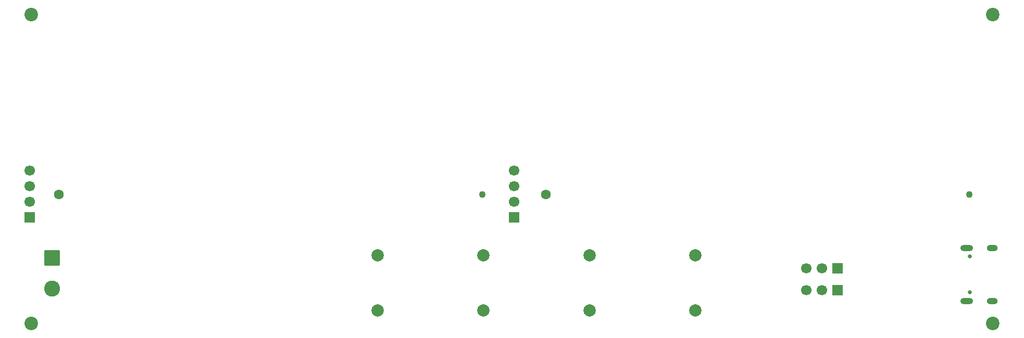
<source format=gbs>
%TF.GenerationSoftware,KiCad,Pcbnew,9.0.0*%
%TF.CreationDate,2025-09-20T16:18:58+02:00*%
%TF.ProjectId,ecap5-bcarrier-xlite,65636170-352d-4626-9361-72726965722d,rev?*%
%TF.SameCoordinates,Original*%
%TF.FileFunction,Soldermask,Bot*%
%TF.FilePolarity,Negative*%
%FSLAX46Y46*%
G04 Gerber Fmt 4.6, Leading zero omitted, Abs format (unit mm)*
G04 Created by KiCad (PCBNEW 9.0.0) date 2025-09-20 16:18:58*
%MOMM*%
%LPD*%
G01*
G04 APERTURE LIST*
G04 Aperture macros list*
%AMRoundRect*
0 Rectangle with rounded corners*
0 $1 Rounding radius*
0 $2 $3 $4 $5 $6 $7 $8 $9 X,Y pos of 4 corners*
0 Add a 4 corners polygon primitive as box body*
4,1,4,$2,$3,$4,$5,$6,$7,$8,$9,$2,$3,0*
0 Add four circle primitives for the rounded corners*
1,1,$1+$1,$2,$3*
1,1,$1+$1,$4,$5*
1,1,$1+$1,$6,$7*
1,1,$1+$1,$8,$9*
0 Add four rect primitives between the rounded corners*
20,1,$1+$1,$2,$3,$4,$5,0*
20,1,$1+$1,$4,$5,$6,$7,0*
20,1,$1+$1,$6,$7,$8,$9,0*
20,1,$1+$1,$8,$9,$2,$3,0*%
G04 Aperture macros list end*
%ADD10R,1.700000X1.700000*%
%ADD11C,1.700000*%
%ADD12C,2.000000*%
%ADD13C,2.200000*%
%ADD14C,0.650000*%
%ADD15O,2.100000X1.000000*%
%ADD16O,1.800000X1.000000*%
%ADD17C,1.600000*%
%ADD18C,1.100000*%
%ADD19RoundRect,0.250000X-1.050000X1.050000X-1.050000X-1.050000X1.050000X-1.050000X1.050000X1.050000X0*%
%ADD20C,2.600000*%
G04 APERTURE END LIST*
D10*
%TO.C,J3*%
X155960000Y-105375000D03*
D11*
X155960000Y-102835000D03*
X155960000Y-100295000D03*
X155960000Y-97755000D03*
%TD*%
D12*
%TO.C,SW3*%
X168235000Y-120540000D03*
X168235000Y-111540000D03*
%TD*%
D13*
%TO.C,H4*%
X77485000Y-122615000D03*
%TD*%
%TO.C,H1*%
X77510000Y-72390000D03*
%TD*%
%TO.C,H2*%
X233835000Y-72365000D03*
%TD*%
D12*
%TO.C,SW4*%
X185410000Y-120565000D03*
X185410000Y-111565000D03*
%TD*%
D14*
%TO.C,J5*%
X230030000Y-117555000D03*
X230030000Y-111775000D03*
D15*
X229530000Y-118985000D03*
D16*
X233710000Y-118985000D03*
D15*
X229530000Y-110345000D03*
D16*
X233710000Y-110345000D03*
%TD*%
D12*
%TO.C,SW2*%
X151010000Y-120540000D03*
X151010000Y-111540000D03*
%TD*%
D10*
%TO.C,J4*%
X77260000Y-105400000D03*
D11*
X77260000Y-102860000D03*
X77260000Y-100320000D03*
X77260000Y-97780000D03*
%TD*%
D17*
%TO.C,J2*%
X161160000Y-101640000D03*
D18*
X229960000Y-101640000D03*
%TD*%
D17*
%TO.C,J1*%
X82010000Y-101640000D03*
D18*
X150810000Y-101640000D03*
%TD*%
D10*
%TO.C,JP2*%
X208535000Y-113705000D03*
D11*
X205995000Y-113705000D03*
X203455000Y-113705000D03*
%TD*%
D19*
%TO.C,J9*%
X80890000Y-111965000D03*
D20*
X80890000Y-116965000D03*
%TD*%
D12*
%TO.C,SW1*%
X133835000Y-120540000D03*
X133835000Y-111540000D03*
%TD*%
D13*
%TO.C,H3*%
X233835000Y-122615000D03*
%TD*%
D10*
%TO.C,JP1*%
X208525000Y-117240000D03*
D11*
X205985000Y-117240000D03*
X203445000Y-117240000D03*
%TD*%
M02*

</source>
